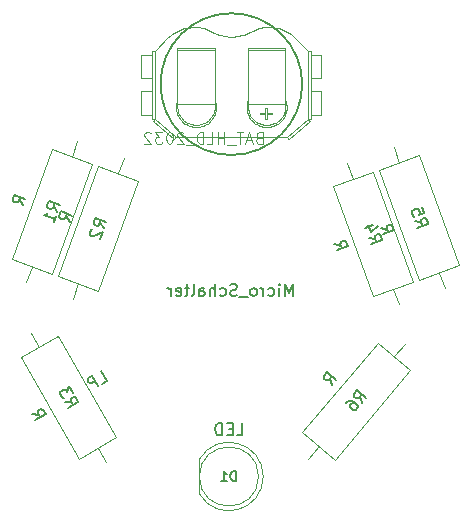
<source format=gbr>
%TF.GenerationSoftware,KiCad,Pcbnew,5.1.10*%
%TF.CreationDate,2021-10-23T16:34:25+02:00*%
%TF.ProjectId,xmas-badge,786d6173-2d62-4616-9467-652e6b696361,rev?*%
%TF.SameCoordinates,Original*%
%TF.FileFunction,Other,Fab,Bot*%
%FSLAX46Y46*%
G04 Gerber Fmt 4.6, Leading zero omitted, Abs format (unit mm)*
G04 Created by KiCad (PCBNEW 5.1.10) date 2021-10-23 16:34:25*
%MOMM*%
%LPD*%
G01*
G04 APERTURE LIST*
%ADD10C,0.100000*%
%ADD11C,0.127000*%
%ADD12C,0.101600*%
%ADD13C,0.150000*%
%ADD14C,0.200000*%
%ADD15C,0.115824*%
G04 APERTURE END LIST*
D10*
%TO.C,D1*%
X45404400Y-67103294D02*
X45404400Y-64163906D01*
X50404400Y-65633600D02*
G75*
G03*
X50404400Y-65633600I-2500000J0D01*
G01*
X45404384Y-64163934D02*
G75*
G02*
X45404400Y-67103294I2500016J-1469666D01*
G01*
%TO.C,R1*%
X32904275Y-48474467D02*
X29521381Y-47243194D01*
X29521381Y-47243194D02*
X32907381Y-37940237D01*
X32907381Y-37940237D02*
X36290274Y-39171510D01*
X36290274Y-39171510D02*
X32904275Y-48474467D01*
X30734000Y-49174400D02*
X31212828Y-47858830D01*
X35077656Y-37240304D02*
X34598828Y-38555873D01*
%TO.C,R2*%
X36841019Y-49892963D02*
X33458125Y-48661690D01*
X33458125Y-48661690D02*
X36844125Y-39358733D01*
X36844125Y-39358733D02*
X40227018Y-40590006D01*
X40227018Y-40590006D02*
X36841019Y-49892963D01*
X34670744Y-50592896D02*
X35149572Y-49277326D01*
X39014400Y-38658800D02*
X38535572Y-39974369D01*
%TO.C,R3*%
X31140400Y-53441600D02*
X31840400Y-54654036D01*
X37490400Y-64440123D02*
X36790400Y-63227687D01*
X33399246Y-53754036D02*
X38349246Y-62327687D01*
X30281554Y-55554036D02*
X33399246Y-53754036D01*
X35231554Y-64127687D02*
X30281554Y-55554036D01*
X38349246Y-62327687D02*
X35231554Y-64127687D01*
%TO.C,R4*%
X57937144Y-39119904D02*
X58415972Y-40435473D01*
X62280800Y-51054000D02*
X61801972Y-49738430D01*
X60107419Y-39819837D02*
X63493419Y-49122794D01*
X56724526Y-41051110D02*
X60107419Y-39819837D01*
X60110525Y-50354067D02*
X56724526Y-41051110D01*
X63493419Y-49122794D02*
X60110525Y-50354067D01*
%TO.C,R5*%
X67405019Y-47751194D02*
X64022125Y-48982467D01*
X64022125Y-48982467D02*
X60636126Y-39679510D01*
X60636126Y-39679510D02*
X64019019Y-38448237D01*
X64019019Y-38448237D02*
X67405019Y-47751194D01*
X66192400Y-49682400D02*
X65713572Y-48366830D01*
X61848744Y-37748304D02*
X62327572Y-39063873D01*
%TO.C,R6*%
X62773403Y-54380836D02*
X61873500Y-55453298D01*
X54610000Y-64109600D02*
X55509903Y-63037138D01*
X63252380Y-56610315D02*
X56888783Y-64194155D01*
X60494620Y-54296280D02*
X63252380Y-56610315D01*
X54131023Y-61880120D02*
X60494620Y-54296280D01*
X56888783Y-64194155D02*
X54131023Y-61880120D01*
D11*
%TO.C,U1*%
X54107600Y-32410400D02*
G75*
G03*
X54107600Y-32410400I-6000000J0D01*
G01*
D12*
X54830259Y-35003581D02*
X55726018Y-35003581D01*
X55726018Y-35003581D02*
X55726018Y-33018840D01*
X55726018Y-33018840D02*
X54830259Y-33018840D01*
X40489182Y-33018840D02*
X41384950Y-33018840D01*
X41384950Y-35003581D02*
X40489182Y-35003581D01*
X40489182Y-35003581D02*
X40489182Y-33018840D01*
X55726018Y-29927560D02*
X54830259Y-29927560D01*
X55726018Y-31921082D02*
X55726018Y-29927560D01*
X54830259Y-31921082D02*
X55726018Y-31921082D01*
X41384950Y-31921082D02*
X40489182Y-31921082D01*
X40489182Y-31921082D02*
X40489182Y-29927560D01*
X40489182Y-29927560D02*
X41384950Y-29927560D01*
X46715650Y-34265890D02*
X46715650Y-34072690D01*
X46706860Y-34415181D02*
X46715650Y-34265890D01*
X46689300Y-34555700D02*
X46706860Y-34415181D01*
X46654169Y-34696209D02*
X46689300Y-34555700D01*
X46610260Y-34827940D02*
X46654169Y-34696209D01*
X46557569Y-34959668D02*
X46610260Y-34827940D01*
X46487310Y-35091400D02*
X46557569Y-34959668D01*
X46408269Y-35205568D02*
X46487310Y-35091400D01*
X46320450Y-35319740D02*
X46408269Y-35205568D01*
X46223850Y-35425118D02*
X46320450Y-35319740D01*
X46118469Y-35512940D02*
X46223850Y-35425118D01*
X45995519Y-35600759D02*
X46118469Y-35512940D01*
X45872569Y-35671018D02*
X45995519Y-35600759D01*
X45749619Y-35732490D02*
X45872569Y-35671018D01*
X45609110Y-35785181D02*
X45749619Y-35732490D01*
X45477382Y-35820309D02*
X45609110Y-35785181D01*
X45336869Y-35846659D02*
X45477382Y-35820309D01*
X45196350Y-35864218D02*
X45336869Y-35846659D01*
X45047060Y-35864218D02*
X45196350Y-35864218D01*
X44906541Y-35846659D02*
X45047060Y-35864218D01*
X44766032Y-35820309D02*
X44906541Y-35846659D01*
X44625519Y-35785181D02*
X44766032Y-35820309D01*
X44493791Y-35732490D02*
X44625519Y-35785181D01*
X44362060Y-35671018D02*
X44493791Y-35732490D01*
X44239110Y-35600759D02*
X44362060Y-35671018D01*
X44124941Y-35512940D02*
X44239110Y-35600759D01*
X44019560Y-35425118D02*
X44124941Y-35512940D01*
X43922960Y-35319740D02*
X44019560Y-35425118D01*
X43835132Y-35205568D02*
X43922960Y-35319740D01*
X43756100Y-35091400D02*
X43835132Y-35205568D01*
X43685841Y-34959668D02*
X43756100Y-35091400D01*
X43633150Y-34827940D02*
X43685841Y-34959668D01*
X43589241Y-34696209D02*
X43633150Y-34827940D01*
X43554110Y-34555700D02*
X43589241Y-34696209D01*
X43536550Y-34415181D02*
X43554110Y-34555700D01*
X43527760Y-34265890D02*
X43536550Y-34415181D01*
X43527760Y-34072690D02*
X43527760Y-34265890D01*
X51536990Y-34942109D02*
X51089109Y-34942109D01*
X51089109Y-35389990D02*
X50992500Y-35389990D01*
X51089109Y-34942109D02*
X51089109Y-35389990D01*
X51536990Y-34845500D02*
X51536990Y-34942109D01*
X51089109Y-34845500D02*
X51536990Y-34845500D01*
X51089109Y-34397618D02*
X51089109Y-34845500D01*
X50992500Y-34397618D02*
X51089109Y-34397618D01*
X50992500Y-34845500D02*
X50992500Y-34397618D01*
X50544618Y-34845500D02*
X50992500Y-34845500D01*
X50544618Y-34942109D02*
X50544618Y-34845500D01*
X50992500Y-34942109D02*
X50544618Y-34942109D01*
X50992500Y-35389990D02*
X50992500Y-34942109D01*
X52687440Y-34072690D02*
X52687440Y-34265890D01*
X49508340Y-34415181D02*
X49499550Y-34265890D01*
X49525900Y-34555700D02*
X49508340Y-34415181D01*
X49561031Y-34696209D02*
X49525900Y-34555700D01*
X49604940Y-34827940D02*
X49561031Y-34696209D01*
X49657631Y-34959668D02*
X49604940Y-34827940D01*
X49727890Y-35091400D02*
X49657631Y-34959668D01*
X49806931Y-35205568D02*
X49727890Y-35091400D01*
X49894750Y-35319740D02*
X49806931Y-35205568D01*
X49991350Y-35425118D02*
X49894750Y-35319740D01*
X50105509Y-35512940D02*
X49991350Y-35425118D01*
X50219681Y-35600759D02*
X50105509Y-35512940D01*
X50342631Y-35671018D02*
X50219681Y-35600759D01*
X50465581Y-35732490D02*
X50342631Y-35671018D01*
X50606090Y-35785181D02*
X50465581Y-35732490D01*
X50737818Y-35820309D02*
X50606090Y-35785181D01*
X50878340Y-35846659D02*
X50737818Y-35820309D01*
X51027631Y-35864218D02*
X50878340Y-35846659D01*
X51168140Y-35864218D02*
X51027631Y-35864218D01*
X51308659Y-35846659D02*
X51168140Y-35864218D01*
X51449168Y-35820309D02*
X51308659Y-35846659D01*
X51589681Y-35785181D02*
X51449168Y-35820309D01*
X51721409Y-35732490D02*
X51589681Y-35785181D01*
X51853140Y-35671018D02*
X51721409Y-35732490D01*
X51976090Y-35600759D02*
X51853140Y-35671018D01*
X52090259Y-35512940D02*
X51976090Y-35600759D01*
X52195640Y-35425118D02*
X52090259Y-35512940D01*
X52292250Y-35319740D02*
X52195640Y-35425118D01*
X52380068Y-35205568D02*
X52292250Y-35319740D01*
X52459100Y-35091400D02*
X52380068Y-35205568D01*
X52529359Y-34959668D02*
X52459100Y-35091400D01*
X52590831Y-34827940D02*
X52529359Y-34959668D01*
X52634740Y-34696209D02*
X52590831Y-34827940D01*
X52661090Y-34555700D02*
X52634740Y-34696209D01*
X52678659Y-34415181D02*
X52661090Y-34555700D01*
X52687440Y-34265890D02*
X52678659Y-34415181D01*
X49499550Y-34265890D02*
X49499550Y-34072690D01*
X46715650Y-33791659D02*
X46715650Y-34072690D01*
X43527760Y-34072690D02*
X43527760Y-33791659D01*
X46715650Y-34072690D02*
X43527760Y-34072690D01*
X52687440Y-34072690D02*
X52687440Y-33791659D01*
X49499550Y-34072690D02*
X52687440Y-34072690D01*
X49499550Y-33791659D02*
X49499550Y-34072690D01*
X52687440Y-29497241D02*
X49499550Y-29497241D01*
X43527760Y-29497241D02*
X46715650Y-29497241D01*
X54584359Y-29576282D02*
X54830259Y-29576282D01*
X54584359Y-35354859D02*
X54830259Y-35354859D01*
X54830259Y-35003581D02*
X54830259Y-35354859D01*
X54830259Y-33018840D02*
X54830259Y-35003581D01*
X54830259Y-31921082D02*
X54830259Y-33018840D01*
X54830259Y-29927560D02*
X54830259Y-31921082D01*
X54830259Y-29576282D02*
X54830259Y-29927560D01*
X41639619Y-29576282D02*
X41384950Y-29576282D01*
X41639619Y-35354859D02*
X41384950Y-35354859D01*
X41384950Y-35003581D02*
X41384950Y-35354859D01*
X41384950Y-33018840D02*
X41384950Y-35003581D01*
X41384950Y-31921082D02*
X41384950Y-33018840D01*
X41384950Y-29927560D02*
X41384950Y-31921082D01*
X41384950Y-29576282D02*
X41384950Y-29927560D01*
X52942118Y-37032231D02*
X52950900Y-37041018D01*
X52933331Y-37023450D02*
X52942118Y-37032231D01*
X52924550Y-37005890D02*
X52933331Y-37023450D01*
X52898209Y-36988318D02*
X52924550Y-37005890D01*
X52880640Y-36953200D02*
X52898209Y-36988318D01*
X52845509Y-36918068D02*
X52880640Y-36953200D01*
X52819168Y-36882940D02*
X52845509Y-36918068D01*
X52784040Y-36847809D02*
X52819168Y-36882940D01*
X54733650Y-35539290D02*
X54742431Y-35548068D01*
X54724868Y-35530509D02*
X54733650Y-35539290D01*
X54716090Y-35512940D02*
X54724868Y-35530509D01*
X54689740Y-35495381D02*
X54716090Y-35512940D01*
X54672181Y-35460250D02*
X54689740Y-35495381D01*
X54637050Y-35425118D02*
X54672181Y-35460250D01*
X54610700Y-35389990D02*
X54637050Y-35425118D01*
X54575581Y-35354859D02*
X54610700Y-35389990D01*
X54742431Y-35548068D02*
X52950900Y-37041018D01*
X41481550Y-35539290D02*
X41472769Y-35548068D01*
X41490332Y-35530509D02*
X41481550Y-35539290D01*
X41507891Y-35512940D02*
X41490332Y-35530509D01*
X41525460Y-35495381D02*
X41507891Y-35512940D01*
X41551800Y-35460250D02*
X41525460Y-35495381D01*
X41578150Y-35425118D02*
X41551800Y-35460250D01*
X41604500Y-35389990D02*
X41578150Y-35425118D01*
X41639619Y-35354859D02*
X41604500Y-35389990D01*
X43273082Y-37032231D02*
X43264300Y-37041018D01*
X43281869Y-37023450D02*
X43273082Y-37032231D01*
X43299432Y-37005890D02*
X43281869Y-37023450D01*
X43316991Y-36988318D02*
X43299432Y-37005890D01*
X43343341Y-36953200D02*
X43316991Y-36988318D01*
X43369691Y-36918068D02*
X43343341Y-36953200D01*
X43396032Y-36882940D02*
X43369691Y-36918068D01*
X43431160Y-36847809D02*
X43396032Y-36882940D01*
X41472769Y-35548068D02*
X43264300Y-37041018D01*
X53302181Y-28320450D02*
X53442690Y-28452182D01*
X53144100Y-28197500D02*
X53302181Y-28320450D01*
X52986031Y-28083332D02*
X53144100Y-28197500D01*
X52827950Y-27986732D02*
X52986031Y-28083332D01*
X52652309Y-27890119D02*
X52827950Y-27986732D01*
X52476668Y-27811091D02*
X52652309Y-27890119D01*
X52292250Y-27740832D02*
X52476668Y-27811091D01*
X52107818Y-27688141D02*
X52292250Y-27740832D01*
X51914618Y-27644232D02*
X52107818Y-27688141D01*
X51730190Y-27617882D02*
X51914618Y-27644232D01*
X51536990Y-27591541D02*
X51730190Y-27617882D01*
X50992500Y-27591541D02*
X51536990Y-27591541D01*
X53442690Y-28452182D02*
X54584359Y-29576282D01*
X54584359Y-29576282D02*
X54584359Y-35354859D01*
X54584359Y-35354859D02*
X54575581Y-35354859D01*
X54575581Y-35354859D02*
X52784040Y-36847809D01*
X52784040Y-36847809D02*
X43431160Y-36847809D01*
X43431160Y-36847809D02*
X41639619Y-35354859D01*
X41639619Y-35354859D02*
X41639619Y-29576282D01*
X41639619Y-29576282D02*
X42772510Y-28452182D01*
X44485010Y-27617882D02*
X44678210Y-27591541D01*
X44300582Y-27644232D02*
X44485010Y-27617882D01*
X44107382Y-27688141D02*
X44300582Y-27644232D01*
X43922960Y-27740832D02*
X44107382Y-27688141D01*
X43738532Y-27811091D02*
X43922960Y-27740832D01*
X43562891Y-27890119D02*
X43738532Y-27811091D01*
X43387250Y-27986732D02*
X43562891Y-27890119D01*
X43229169Y-28083332D02*
X43387250Y-27986732D01*
X43071100Y-28197500D02*
X43229169Y-28083332D01*
X42913019Y-28320450D02*
X43071100Y-28197500D01*
X42772510Y-28452182D02*
X42913019Y-28320450D01*
X46311669Y-27881341D02*
X46487310Y-27960382D01*
X46144810Y-27802310D02*
X46311669Y-27881341D01*
X45960391Y-27740832D02*
X46144810Y-27802310D01*
X45784750Y-27688141D02*
X45960391Y-27740832D01*
X45600332Y-27644232D02*
X45784750Y-27688141D01*
X45407119Y-27609100D02*
X45600332Y-27644232D01*
X45222700Y-27591541D02*
X45407119Y-27609100D01*
X44678210Y-27591541D02*
X45222700Y-27591541D01*
X49543459Y-28056982D02*
X49727890Y-27960382D01*
X49350259Y-28144800D02*
X49543459Y-28056982D01*
X49148268Y-28215060D02*
X49350259Y-28144800D01*
X48946290Y-28276532D02*
X49148268Y-28215060D01*
X48744300Y-28320450D02*
X48946290Y-28276532D01*
X48533531Y-28355569D02*
X48744300Y-28320450D01*
X48322759Y-28381919D02*
X48533531Y-28355569D01*
X47892441Y-28381919D02*
X48322759Y-28381919D01*
X47681669Y-28355569D02*
X47892441Y-28381919D01*
X47479682Y-28320450D02*
X47681669Y-28355569D01*
X47268910Y-28276532D02*
X47479682Y-28320450D01*
X47066932Y-28215060D02*
X47268910Y-28276532D01*
X46864941Y-28144800D02*
X47066932Y-28215060D01*
X46671741Y-28056982D02*
X46864941Y-28144800D01*
X46487310Y-27960382D02*
X46671741Y-28056982D01*
X50808081Y-27609100D02*
X50992500Y-27591541D01*
X50614868Y-27644232D02*
X50808081Y-27609100D01*
X50430450Y-27688141D02*
X50614868Y-27644232D01*
X50254809Y-27740832D02*
X50430450Y-27688141D01*
X50070390Y-27802310D02*
X50254809Y-27740832D01*
X49903531Y-27881341D02*
X50070390Y-27802310D01*
X49727890Y-27960382D02*
X49903531Y-27881341D01*
X49455640Y-33932168D02*
X49499550Y-33791659D01*
X49429300Y-34072690D02*
X49455640Y-33932168D01*
X49411731Y-34221981D02*
X49429300Y-34072690D01*
X49402950Y-34362490D02*
X49411731Y-34221981D01*
X49411731Y-34511790D02*
X49402950Y-34362490D01*
X49429300Y-34661081D02*
X49411731Y-34511790D01*
X49464431Y-34801600D02*
X49429300Y-34661081D01*
X49508340Y-34942109D02*
X49464431Y-34801600D01*
X49561031Y-35082618D02*
X49508340Y-34942109D01*
X49631290Y-35205568D02*
X49561031Y-35082618D01*
X49710318Y-35337300D02*
X49631290Y-35205568D01*
X49798140Y-35451468D02*
X49710318Y-35337300D01*
X49903531Y-35556850D02*
X49798140Y-35451468D01*
X50008909Y-35662231D02*
X49903531Y-35556850D01*
X50123081Y-35750059D02*
X50008909Y-35662231D01*
X50254809Y-35829090D02*
X50123081Y-35750059D01*
X50377759Y-35890568D02*
X50254809Y-35829090D01*
X50518268Y-35952040D02*
X50377759Y-35890568D01*
X50658781Y-35995950D02*
X50518268Y-35952040D01*
X50799300Y-36031081D02*
X50658781Y-35995950D01*
X50948590Y-36048640D02*
X50799300Y-36031081D01*
X51238400Y-36048640D02*
X50948590Y-36048640D01*
X51387690Y-36031081D02*
X51238400Y-36048640D01*
X51528209Y-35995950D02*
X51387690Y-36031081D01*
X51668718Y-35952040D02*
X51528209Y-35995950D01*
X51809231Y-35890568D02*
X51668718Y-35952040D01*
X51940959Y-35829090D02*
X51809231Y-35890568D01*
X52063909Y-35750059D02*
X51940959Y-35829090D01*
X52178081Y-35662231D02*
X52063909Y-35750059D01*
X52292250Y-35556850D02*
X52178081Y-35662231D01*
X52388850Y-35451468D02*
X52292250Y-35556850D01*
X52476668Y-35337300D02*
X52388850Y-35451468D01*
X52555709Y-35205568D02*
X52476668Y-35337300D01*
X52625959Y-35082618D02*
X52555709Y-35205568D01*
X52687440Y-34942109D02*
X52625959Y-35082618D01*
X52731350Y-34801600D02*
X52687440Y-34942109D01*
X52757690Y-34661081D02*
X52731350Y-34801600D01*
X52784040Y-34511790D02*
X52757690Y-34661081D01*
X52784040Y-34221981D02*
X52784040Y-34511790D01*
X52766481Y-34072690D02*
X52784040Y-34221981D01*
X52731350Y-33932168D02*
X52766481Y-34072690D01*
X52687440Y-33791659D02*
X52731350Y-33932168D01*
X52687440Y-29497241D02*
X52687440Y-33791659D01*
X52687440Y-29383069D02*
X52687440Y-29497241D01*
X49499550Y-29383069D02*
X52687440Y-29383069D01*
X49499550Y-29497241D02*
X49499550Y-29383069D01*
X49499550Y-33791659D02*
X49499550Y-29497241D01*
X43527760Y-29497241D02*
X43527760Y-33791659D01*
X43527760Y-29383069D02*
X43527760Y-29497241D01*
X46759560Y-33932168D02*
X46715650Y-33791659D01*
X46785900Y-34072690D02*
X46759560Y-33932168D01*
X46803469Y-34221981D02*
X46785900Y-34072690D01*
X46812250Y-34362490D02*
X46803469Y-34221981D01*
X46803469Y-34511790D02*
X46812250Y-34362490D01*
X46785900Y-34661081D02*
X46803469Y-34511790D01*
X46750769Y-34801600D02*
X46785900Y-34661081D01*
X46706860Y-34942109D02*
X46750769Y-34801600D01*
X46654169Y-35082618D02*
X46706860Y-34942109D01*
X46583910Y-35205568D02*
X46654169Y-35082618D01*
X46504882Y-35337300D02*
X46583910Y-35205568D01*
X46417060Y-35451468D02*
X46504882Y-35337300D01*
X46311669Y-35556850D02*
X46417060Y-35451468D01*
X46206291Y-35662231D02*
X46311669Y-35556850D01*
X46092119Y-35750059D02*
X46206291Y-35662231D01*
X45969169Y-35829090D02*
X46092119Y-35750059D01*
X45837441Y-35890568D02*
X45969169Y-35829090D01*
X45696932Y-35952040D02*
X45837441Y-35890568D01*
X45556419Y-35995950D02*
X45696932Y-35952040D01*
X45415900Y-36031081D02*
X45556419Y-35995950D01*
X45266610Y-36048640D02*
X45415900Y-36031081D01*
X44976800Y-36048640D02*
X45266610Y-36048640D01*
X44827510Y-36031081D02*
X44976800Y-36048640D01*
X44686991Y-35995950D02*
X44827510Y-36031081D01*
X44546482Y-35952040D02*
X44686991Y-35995950D01*
X44405969Y-35890568D02*
X44546482Y-35952040D01*
X44274241Y-35829090D02*
X44405969Y-35890568D01*
X44151291Y-35750059D02*
X44274241Y-35829090D01*
X44037119Y-35662231D02*
X44151291Y-35750059D01*
X43922960Y-35556850D02*
X44037119Y-35662231D01*
X43826350Y-35451468D02*
X43922960Y-35556850D01*
X43738532Y-35337300D02*
X43826350Y-35451468D01*
X43659491Y-35205568D02*
X43738532Y-35337300D01*
X43589241Y-35082618D02*
X43659491Y-35205568D01*
X43527760Y-34942109D02*
X43589241Y-35082618D01*
X43483850Y-34801600D02*
X43527760Y-34942109D01*
X43457510Y-34661081D02*
X43483850Y-34801600D01*
X43431160Y-34511790D02*
X43457510Y-34661081D01*
X43431160Y-34221981D02*
X43431160Y-34511790D01*
X43448732Y-34072690D02*
X43431160Y-34221981D01*
X43483850Y-33932168D02*
X43448732Y-34072690D01*
X43527760Y-33791659D02*
X43483850Y-33932168D01*
X46715650Y-29497241D02*
X46715650Y-29383069D01*
X46715650Y-33791659D02*
X46715650Y-29497241D01*
X46715650Y-29383069D02*
X43527760Y-29383069D01*
%TD*%
%TO.C,D1*%
D13*
X48547257Y-62125980D02*
X49023447Y-62125980D01*
X49023447Y-61125980D01*
X48213923Y-61602171D02*
X47880590Y-61602171D01*
X47737733Y-62125980D02*
X48213923Y-62125980D01*
X48213923Y-61125980D01*
X47737733Y-61125980D01*
X47309161Y-62125980D02*
X47309161Y-61125980D01*
X47071066Y-61125980D01*
X46928209Y-61173600D01*
X46832971Y-61268838D01*
X46785352Y-61364076D01*
X46737733Y-61554552D01*
X46737733Y-61697409D01*
X46785352Y-61887885D01*
X46832971Y-61983123D01*
X46928209Y-62078361D01*
X47071066Y-62125980D01*
X47309161Y-62125980D01*
D14*
X48474876Y-65995504D02*
X48474876Y-65195504D01*
X48284400Y-65195504D01*
X48170114Y-65233600D01*
X48093923Y-65309790D01*
X48055828Y-65385980D01*
X48017733Y-65538361D01*
X48017733Y-65652647D01*
X48055828Y-65805028D01*
X48093923Y-65881219D01*
X48170114Y-65957409D01*
X48284400Y-65995504D01*
X48474876Y-65995504D01*
X47255828Y-65995504D02*
X47712971Y-65995504D01*
X47484400Y-65995504D02*
X47484400Y-65195504D01*
X47560590Y-65309790D01*
X47636780Y-65385980D01*
X47712971Y-65424076D01*
%TO.C,R1*%
D13*
X30481160Y-42654233D02*
X30147694Y-42178136D01*
X30676600Y-42117266D02*
X29736908Y-41775246D01*
X29606614Y-42133224D01*
X29618788Y-42239005D01*
X29647249Y-42300039D01*
X29720457Y-42377360D01*
X29854698Y-42426220D01*
X29960480Y-42414046D01*
X30021514Y-42385585D01*
X30098834Y-42312377D01*
X30229128Y-41954399D01*
X33387930Y-43205459D02*
X33054464Y-42729362D01*
X33583370Y-42668492D02*
X32643677Y-42326472D01*
X32513384Y-42684450D01*
X32525558Y-42790231D01*
X32554018Y-42851265D01*
X32627226Y-42928586D01*
X32761468Y-42977446D01*
X32867249Y-42965272D01*
X32928283Y-42936812D01*
X33005604Y-42863604D01*
X33135897Y-42505626D01*
X33062196Y-44100405D02*
X33257637Y-43563438D01*
X33159916Y-43831921D02*
X32220224Y-43489901D01*
X32387039Y-43449267D01*
X32509107Y-43392345D01*
X32586427Y-43319138D01*
%TO.C,R2*%
X34417904Y-44072729D02*
X34084438Y-43596632D01*
X34613344Y-43535762D02*
X33673652Y-43193742D01*
X33543358Y-43551720D01*
X33555532Y-43657501D01*
X33583993Y-43718535D01*
X33657201Y-43795856D01*
X33791442Y-43844716D01*
X33897224Y-43832542D01*
X33958258Y-43804081D01*
X34035578Y-43730873D01*
X34165872Y-43372895D01*
X37324674Y-44623955D02*
X36991208Y-44147858D01*
X37520114Y-44086988D02*
X36580421Y-43744968D01*
X36450128Y-44102946D01*
X36462302Y-44208727D01*
X36490762Y-44269761D01*
X36563970Y-44347082D01*
X36698212Y-44395942D01*
X36803993Y-44383768D01*
X36865027Y-44355308D01*
X36942348Y-44282100D01*
X37072641Y-43924122D01*
X36344182Y-44672487D02*
X36283148Y-44700947D01*
X36205828Y-44774155D01*
X36124395Y-44997892D01*
X36136568Y-45103673D01*
X36165029Y-45164707D01*
X36238237Y-45242027D01*
X36327731Y-45274601D01*
X36478260Y-45278713D01*
X37210667Y-44937186D01*
X36998940Y-45518901D01*
%TO.C,R3*%
X31240070Y-60358996D02*
X31819130Y-60409576D01*
X31525784Y-60853868D02*
X32391810Y-60353868D01*
X32201334Y-60023954D01*
X32112475Y-59965285D01*
X32047427Y-59947855D01*
X31941138Y-59954235D01*
X31817420Y-60025663D01*
X31758751Y-60114522D01*
X31741322Y-60179570D01*
X31747701Y-60285858D01*
X31938178Y-60615773D01*
X34006959Y-59311390D02*
X34586019Y-59361969D01*
X34292674Y-59806261D02*
X35158699Y-59306261D01*
X34968223Y-58976347D01*
X34879365Y-58917678D01*
X34814316Y-58900248D01*
X34708028Y-58906628D01*
X34584310Y-58978056D01*
X34525641Y-59066915D01*
X34508211Y-59131963D01*
X34514591Y-59238252D01*
X34705067Y-59568166D01*
X34706318Y-58522714D02*
X34396794Y-57986603D01*
X34233547Y-58465755D01*
X34162118Y-58342037D01*
X34073260Y-58283368D01*
X34008211Y-58265938D01*
X33901923Y-58272318D01*
X33695726Y-58391365D01*
X33637057Y-58480224D01*
X33619627Y-58545273D01*
X33626007Y-58651561D01*
X33768864Y-58898996D01*
X33857723Y-58957666D01*
X33922771Y-58975095D01*
%TO.C,R4*%
X56834107Y-45949517D02*
X57395586Y-46099881D01*
X57029547Y-46486484D02*
X57969240Y-46144464D01*
X57838946Y-45786486D01*
X57761626Y-45713278D01*
X57700592Y-45684817D01*
X57594811Y-45672643D01*
X57460569Y-45721503D01*
X57387361Y-45798824D01*
X57358900Y-45859858D01*
X57346726Y-45965639D01*
X57477020Y-46323617D01*
X59740876Y-45398290D02*
X60302355Y-45548654D01*
X59936316Y-45935258D02*
X60876009Y-45593237D01*
X60745715Y-45235259D01*
X60668395Y-45162051D01*
X60607361Y-45133591D01*
X60501579Y-45121417D01*
X60367338Y-45170277D01*
X60294130Y-45247598D01*
X60265669Y-45308631D01*
X60253495Y-45414413D01*
X60383789Y-45772391D01*
X60074177Y-44364826D02*
X59447716Y-44592840D01*
X60513589Y-44458269D02*
X59923813Y-44926305D01*
X59712087Y-44344591D01*
%TO.C,R5*%
X60745707Y-44577917D02*
X61307186Y-44728281D01*
X60941147Y-45114884D02*
X61880840Y-44772864D01*
X61750546Y-44414886D01*
X61673226Y-44341678D01*
X61612192Y-44313217D01*
X61506411Y-44301043D01*
X61372169Y-44349903D01*
X61298961Y-44427224D01*
X61270500Y-44488258D01*
X61258326Y-44594039D01*
X61388620Y-44952017D01*
X63652476Y-44026690D02*
X64213955Y-44177054D01*
X63847916Y-44563658D02*
X64787609Y-44221637D01*
X64657315Y-43863659D01*
X64579995Y-43790451D01*
X64518961Y-43761991D01*
X64413179Y-43749817D01*
X64278938Y-43798677D01*
X64205730Y-43875998D01*
X64177269Y-43937031D01*
X64165095Y-44042813D01*
X64295389Y-44400791D01*
X64282722Y-42834472D02*
X64445588Y-43281945D01*
X64014402Y-43489559D01*
X64042863Y-43428525D01*
X64055037Y-43322744D01*
X63973604Y-43099007D01*
X63896283Y-43025799D01*
X63835249Y-42997339D01*
X63729468Y-42985165D01*
X63505731Y-43066598D01*
X63432524Y-43143919D01*
X63404063Y-43204953D01*
X63391889Y-43310734D01*
X63473322Y-43534470D01*
X63550643Y-43607678D01*
X63611677Y-43636139D01*
%TO.C,R6*%
X56602437Y-57896171D02*
X56451917Y-57334734D01*
X56969745Y-57458432D02*
X56203700Y-56815644D01*
X55958829Y-57107471D01*
X55934089Y-57211036D01*
X55939958Y-57278123D01*
X55982306Y-57375819D01*
X56091741Y-57467646D01*
X56195307Y-57492386D01*
X56262394Y-57486516D01*
X56360090Y-57444169D01*
X56604961Y-57152342D01*
X59145376Y-59408328D02*
X58994855Y-58846891D01*
X59512683Y-58970589D02*
X58746638Y-58327801D01*
X58501767Y-58619627D01*
X58477027Y-58723193D01*
X58482897Y-58790280D01*
X58525244Y-58887976D01*
X58634679Y-58979803D01*
X58738245Y-59004543D01*
X58805332Y-58998673D01*
X58903028Y-58956326D01*
X59147900Y-58664499D01*
X57828370Y-59422150D02*
X57950806Y-59276237D01*
X58048502Y-59233889D01*
X58115590Y-59228020D01*
X58286242Y-59246890D01*
X58462765Y-59332848D01*
X58754591Y-59577719D01*
X58796939Y-59675415D01*
X58802808Y-59742502D01*
X58778068Y-59846068D01*
X58655633Y-59991981D01*
X58557937Y-60034329D01*
X58490849Y-60040198D01*
X58387284Y-60015459D01*
X58204892Y-59862414D01*
X58162545Y-59764718D01*
X58156675Y-59697631D01*
X58181415Y-59594065D01*
X58303850Y-59448152D01*
X58401547Y-59405804D01*
X58468634Y-59399935D01*
X58572199Y-59424674D01*
%TO.C,S1*%
X53294895Y-50343580D02*
X53294895Y-49343580D01*
X52961561Y-50057866D01*
X52628228Y-49343580D01*
X52628228Y-50343580D01*
X52152038Y-50343580D02*
X52152038Y-49676914D01*
X52152038Y-49343580D02*
X52199657Y-49391200D01*
X52152038Y-49438819D01*
X52104419Y-49391200D01*
X52152038Y-49343580D01*
X52152038Y-49438819D01*
X51247276Y-50295961D02*
X51342514Y-50343580D01*
X51532990Y-50343580D01*
X51628228Y-50295961D01*
X51675847Y-50248342D01*
X51723466Y-50153104D01*
X51723466Y-49867390D01*
X51675847Y-49772152D01*
X51628228Y-49724533D01*
X51532990Y-49676914D01*
X51342514Y-49676914D01*
X51247276Y-49724533D01*
X50818704Y-50343580D02*
X50818704Y-49676914D01*
X50818704Y-49867390D02*
X50771085Y-49772152D01*
X50723466Y-49724533D01*
X50628228Y-49676914D01*
X50532990Y-49676914D01*
X50056800Y-50343580D02*
X50152038Y-50295961D01*
X50199657Y-50248342D01*
X50247276Y-50153104D01*
X50247276Y-49867390D01*
X50199657Y-49772152D01*
X50152038Y-49724533D01*
X50056800Y-49676914D01*
X49913942Y-49676914D01*
X49818704Y-49724533D01*
X49771085Y-49772152D01*
X49723466Y-49867390D01*
X49723466Y-50153104D01*
X49771085Y-50248342D01*
X49818704Y-50295961D01*
X49913942Y-50343580D01*
X50056800Y-50343580D01*
X49532990Y-50438819D02*
X48771085Y-50438819D01*
X48580609Y-50295961D02*
X48437752Y-50343580D01*
X48199657Y-50343580D01*
X48104419Y-50295961D01*
X48056800Y-50248342D01*
X48009180Y-50153104D01*
X48009180Y-50057866D01*
X48056800Y-49962628D01*
X48104419Y-49915009D01*
X48199657Y-49867390D01*
X48390133Y-49819771D01*
X48485371Y-49772152D01*
X48532990Y-49724533D01*
X48580609Y-49629295D01*
X48580609Y-49534057D01*
X48532990Y-49438819D01*
X48485371Y-49391200D01*
X48390133Y-49343580D01*
X48152038Y-49343580D01*
X48009180Y-49391200D01*
X47152038Y-50295961D02*
X47247276Y-50343580D01*
X47437752Y-50343580D01*
X47532990Y-50295961D01*
X47580609Y-50248342D01*
X47628228Y-50153104D01*
X47628228Y-49867390D01*
X47580609Y-49772152D01*
X47532990Y-49724533D01*
X47437752Y-49676914D01*
X47247276Y-49676914D01*
X47152038Y-49724533D01*
X46723466Y-50343580D02*
X46723466Y-49343580D01*
X46294895Y-50343580D02*
X46294895Y-49819771D01*
X46342514Y-49724533D01*
X46437752Y-49676914D01*
X46580609Y-49676914D01*
X46675847Y-49724533D01*
X46723466Y-49772152D01*
X45390133Y-50343580D02*
X45390133Y-49819771D01*
X45437752Y-49724533D01*
X45532990Y-49676914D01*
X45723466Y-49676914D01*
X45818704Y-49724533D01*
X45390133Y-50295961D02*
X45485371Y-50343580D01*
X45723466Y-50343580D01*
X45818704Y-50295961D01*
X45866323Y-50200723D01*
X45866323Y-50105485D01*
X45818704Y-50010247D01*
X45723466Y-49962628D01*
X45485371Y-49962628D01*
X45390133Y-49915009D01*
X44771085Y-50343580D02*
X44866323Y-50295961D01*
X44913942Y-50200723D01*
X44913942Y-49343580D01*
X44532990Y-49676914D02*
X44152038Y-49676914D01*
X44390133Y-49343580D02*
X44390133Y-50200723D01*
X44342514Y-50295961D01*
X44247276Y-50343580D01*
X44152038Y-50343580D01*
X43437752Y-50295961D02*
X43532990Y-50343580D01*
X43723466Y-50343580D01*
X43818704Y-50295961D01*
X43866323Y-50200723D01*
X43866323Y-49819771D01*
X43818704Y-49724533D01*
X43723466Y-49676914D01*
X43532990Y-49676914D01*
X43437752Y-49724533D01*
X43390133Y-49819771D01*
X43390133Y-49915009D01*
X43866323Y-50010247D01*
X42961561Y-50343580D02*
X42961561Y-49676914D01*
X42961561Y-49867390D02*
X42913942Y-49772152D01*
X42866323Y-49724533D01*
X42771085Y-49676914D01*
X42675847Y-49676914D01*
%TO.C,U1*%
D15*
X50444695Y-36938857D02*
X50306809Y-36984819D01*
X50260847Y-37030780D01*
X50214885Y-37122704D01*
X50214885Y-37260590D01*
X50260847Y-37352514D01*
X50306809Y-37398476D01*
X50398733Y-37444438D01*
X50766428Y-37444438D01*
X50766428Y-36479238D01*
X50444695Y-36479238D01*
X50352771Y-36525200D01*
X50306809Y-36571161D01*
X50260847Y-36663085D01*
X50260847Y-36755009D01*
X50306809Y-36846933D01*
X50352771Y-36892895D01*
X50444695Y-36938857D01*
X50766428Y-36938857D01*
X49847190Y-37168666D02*
X49387571Y-37168666D01*
X49939114Y-37444438D02*
X49617380Y-36479238D01*
X49295647Y-37444438D01*
X49111799Y-36479238D02*
X48560257Y-36479238D01*
X48836028Y-37444438D02*
X48836028Y-36479238D01*
X48468333Y-37536361D02*
X47732942Y-37536361D01*
X47503133Y-37444438D02*
X47503133Y-36479238D01*
X47503133Y-36938857D02*
X46951590Y-36938857D01*
X46951590Y-37444438D02*
X46951590Y-36479238D01*
X46032352Y-37444438D02*
X46491971Y-37444438D01*
X46491971Y-36479238D01*
X45710618Y-37444438D02*
X45710618Y-36479238D01*
X45480809Y-36479238D01*
X45342923Y-36525200D01*
X45250999Y-36617123D01*
X45205037Y-36709047D01*
X45159076Y-36892895D01*
X45159076Y-37030780D01*
X45205037Y-37214628D01*
X45250999Y-37306552D01*
X45342923Y-37398476D01*
X45480809Y-37444438D01*
X45710618Y-37444438D01*
X44975228Y-37536361D02*
X44239837Y-37536361D01*
X44055990Y-36571161D02*
X44010028Y-36525200D01*
X43918104Y-36479238D01*
X43688295Y-36479238D01*
X43596371Y-36525200D01*
X43550409Y-36571161D01*
X43504447Y-36663085D01*
X43504447Y-36755009D01*
X43550409Y-36892895D01*
X44101952Y-37444438D01*
X43504447Y-37444438D01*
X42906942Y-36479238D02*
X42815018Y-36479238D01*
X42723095Y-36525200D01*
X42677133Y-36571161D01*
X42631171Y-36663085D01*
X42585209Y-36846933D01*
X42585209Y-37076742D01*
X42631171Y-37260590D01*
X42677133Y-37352514D01*
X42723095Y-37398476D01*
X42815018Y-37444438D01*
X42906942Y-37444438D01*
X42998866Y-37398476D01*
X43044828Y-37352514D01*
X43090790Y-37260590D01*
X43136752Y-37076742D01*
X43136752Y-36846933D01*
X43090790Y-36663085D01*
X43044828Y-36571161D01*
X42998866Y-36525200D01*
X42906942Y-36479238D01*
X42263476Y-36479238D02*
X41665971Y-36479238D01*
X41987704Y-36846933D01*
X41849818Y-36846933D01*
X41757895Y-36892895D01*
X41711933Y-36938857D01*
X41665971Y-37030780D01*
X41665971Y-37260590D01*
X41711933Y-37352514D01*
X41757895Y-37398476D01*
X41849818Y-37444438D01*
X42125590Y-37444438D01*
X42217514Y-37398476D01*
X42263476Y-37352514D01*
X41298276Y-36571161D02*
X41252314Y-36525200D01*
X41160390Y-36479238D01*
X40930580Y-36479238D01*
X40838657Y-36525200D01*
X40792695Y-36571161D01*
X40746733Y-36663085D01*
X40746733Y-36755009D01*
X40792695Y-36892895D01*
X41344237Y-37444438D01*
X40746733Y-37444438D01*
%TO.C, *%
D13*
X37128299Y-57794563D02*
X37540692Y-57556468D01*
X37040692Y-56690442D01*
X36839624Y-57961229D02*
X36339624Y-57095204D01*
X36009710Y-57285680D01*
X35951041Y-57374539D01*
X35933611Y-57439587D01*
X35939990Y-57545876D01*
X36011419Y-57669593D01*
X36100277Y-57728263D01*
X36165326Y-57745692D01*
X36271614Y-57739313D01*
X36601529Y-57548836D01*
%TD*%
M02*

</source>
